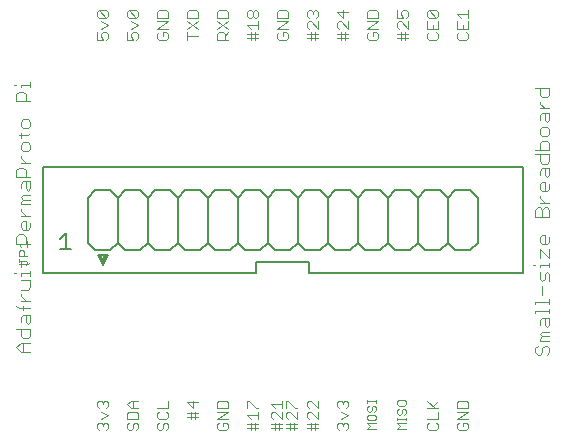
<source format=gbr>
G04 EAGLE Gerber RS-274X export*
G75*
%MOMM*%
%FSLAX34Y34*%
%LPD*%
%INSilkscreen Top*%
%IPPOS*%
%AMOC8*
5,1,8,0,0,1.08239X$1,22.5*%
G01*
%ADD10C,0.076200*%
%ADD11C,0.101600*%
%ADD12C,0.203200*%
%ADD13C,0.152400*%
%ADD14R,0.508000X0.254000*%
%ADD15R,0.381000X0.127000*%
%ADD16R,0.254000X0.254000*%


D10*
X-155539Y-177545D02*
X-157107Y-175977D01*
X-157107Y-172842D01*
X-155539Y-171274D01*
X-153972Y-171274D01*
X-152404Y-172842D01*
X-152404Y-174409D01*
X-152404Y-172842D02*
X-150836Y-171274D01*
X-149269Y-171274D01*
X-147701Y-172842D01*
X-147701Y-175977D01*
X-149269Y-177545D01*
X-153972Y-168189D02*
X-147701Y-165054D01*
X-153972Y-161919D01*
X-155539Y-158834D02*
X-157107Y-157267D01*
X-157107Y-154131D01*
X-155539Y-152564D01*
X-153972Y-152564D01*
X-152404Y-154131D01*
X-152404Y-155699D01*
X-152404Y-154131D02*
X-150836Y-152564D01*
X-149269Y-152564D01*
X-147701Y-154131D01*
X-147701Y-157267D01*
X-149269Y-158834D01*
X-131707Y-172842D02*
X-130139Y-171274D01*
X-131707Y-172842D02*
X-131707Y-175977D01*
X-130139Y-177545D01*
X-128572Y-177545D01*
X-127004Y-175977D01*
X-127004Y-172842D01*
X-125436Y-171274D01*
X-123869Y-171274D01*
X-122301Y-172842D01*
X-122301Y-175977D01*
X-123869Y-177545D01*
X-122301Y-168189D02*
X-131707Y-168189D01*
X-122301Y-168189D02*
X-122301Y-163486D01*
X-123869Y-161919D01*
X-130139Y-161919D01*
X-131707Y-163486D01*
X-131707Y-168189D01*
X-128572Y-158834D02*
X-122301Y-158834D01*
X-128572Y-158834D02*
X-131707Y-155699D01*
X-128572Y-152564D01*
X-122301Y-152564D01*
X-127004Y-152564D02*
X-127004Y-158834D01*
X-106307Y-172842D02*
X-104739Y-171274D01*
X-106307Y-172842D02*
X-106307Y-175977D01*
X-104739Y-177545D01*
X-103172Y-177545D01*
X-101604Y-175977D01*
X-101604Y-172842D01*
X-100036Y-171274D01*
X-98469Y-171274D01*
X-96901Y-172842D01*
X-96901Y-175977D01*
X-98469Y-177545D01*
X-106307Y-163486D02*
X-104739Y-161919D01*
X-106307Y-163486D02*
X-106307Y-166622D01*
X-104739Y-168189D01*
X-98469Y-168189D01*
X-96901Y-166622D01*
X-96901Y-163486D01*
X-98469Y-161919D01*
X-96901Y-158834D02*
X-106307Y-158834D01*
X-96901Y-158834D02*
X-96901Y-152564D01*
X-80907Y-166622D02*
X-71501Y-166622D01*
X-71501Y-163486D02*
X-80907Y-163486D01*
X-77772Y-163486D02*
X-77772Y-168189D01*
X-77772Y-163486D02*
X-77772Y-161919D01*
X-74636Y-161919D02*
X-74636Y-168189D01*
X-71501Y-154131D02*
X-80907Y-154131D01*
X-76204Y-158834D01*
X-76204Y-152564D01*
X-55507Y-172842D02*
X-53939Y-171274D01*
X-55507Y-172842D02*
X-55507Y-175977D01*
X-53939Y-177545D01*
X-47669Y-177545D01*
X-46101Y-175977D01*
X-46101Y-172842D01*
X-47669Y-171274D01*
X-50804Y-171274D01*
X-50804Y-174409D01*
X-46101Y-168189D02*
X-55507Y-168189D01*
X-46101Y-161919D01*
X-55507Y-161919D01*
X-55507Y-158834D02*
X-46101Y-158834D01*
X-46101Y-154131D01*
X-47669Y-152564D01*
X-53939Y-152564D01*
X-55507Y-154131D01*
X-55507Y-158834D01*
X-30107Y-175977D02*
X-20701Y-175977D01*
X-20701Y-172842D02*
X-30107Y-172842D01*
X-26972Y-172842D02*
X-26972Y-177545D01*
X-26972Y-172842D02*
X-26972Y-171274D01*
X-23836Y-171274D02*
X-23836Y-177545D01*
X-26972Y-168189D02*
X-30107Y-165054D01*
X-20701Y-165054D01*
X-20701Y-168189D02*
X-20701Y-161919D01*
X-30107Y-158834D02*
X-30107Y-152564D01*
X-28539Y-152564D01*
X-22269Y-158834D01*
X-20701Y-158834D01*
X-9787Y-175977D02*
X-381Y-175977D01*
X-381Y-172842D02*
X-9787Y-172842D01*
X-6652Y-172842D02*
X-6652Y-177545D01*
X-6652Y-172842D02*
X-6652Y-171274D01*
X-3516Y-171274D02*
X-3516Y-177545D01*
X-381Y-168189D02*
X-381Y-161919D01*
X-381Y-168189D02*
X-6652Y-161919D01*
X-8219Y-161919D01*
X-9787Y-163486D01*
X-9787Y-166622D01*
X-8219Y-168189D01*
X-6652Y-158834D02*
X-9787Y-155699D01*
X-381Y-155699D01*
X-381Y-158834D02*
X-381Y-152564D01*
X20693Y-175977D02*
X30099Y-175977D01*
X30099Y-172842D02*
X20693Y-172842D01*
X23828Y-172842D02*
X23828Y-177545D01*
X23828Y-172842D02*
X23828Y-171274D01*
X26964Y-171274D02*
X26964Y-177545D01*
X30099Y-168189D02*
X30099Y-161919D01*
X30099Y-168189D02*
X23828Y-161919D01*
X22261Y-161919D01*
X20693Y-163486D01*
X20693Y-166622D01*
X22261Y-168189D01*
X30099Y-158834D02*
X30099Y-152564D01*
X30099Y-158834D02*
X23828Y-152564D01*
X22261Y-152564D01*
X20693Y-154131D01*
X20693Y-157267D01*
X22261Y-158834D01*
X46093Y-175977D02*
X47661Y-177545D01*
X46093Y-175977D02*
X46093Y-172842D01*
X47661Y-171274D01*
X49228Y-171274D01*
X50796Y-172842D01*
X50796Y-174409D01*
X50796Y-172842D02*
X52364Y-171274D01*
X53931Y-171274D01*
X55499Y-172842D01*
X55499Y-175977D01*
X53931Y-177545D01*
X49228Y-168189D02*
X55499Y-165054D01*
X49228Y-161919D01*
X47661Y-158834D02*
X46093Y-157267D01*
X46093Y-154131D01*
X47661Y-152564D01*
X49228Y-152564D01*
X50796Y-154131D01*
X50796Y-155699D01*
X50796Y-154131D02*
X52364Y-152564D01*
X53931Y-152564D01*
X55499Y-154131D01*
X55499Y-157267D01*
X53931Y-158834D01*
X71495Y-176921D02*
X78867Y-176921D01*
X73952Y-174464D02*
X71495Y-176921D01*
X73952Y-174464D02*
X71495Y-172006D01*
X78867Y-172006D01*
X71495Y-168208D02*
X71495Y-165751D01*
X71495Y-168208D02*
X72723Y-169437D01*
X77638Y-169437D01*
X78867Y-168208D01*
X78867Y-165751D01*
X77638Y-164522D01*
X72723Y-164522D01*
X71495Y-165751D01*
X71495Y-158266D02*
X72723Y-157038D01*
X71495Y-158266D02*
X71495Y-160724D01*
X72723Y-161953D01*
X73952Y-161953D01*
X75181Y-160724D01*
X75181Y-158266D01*
X76410Y-157038D01*
X77638Y-157038D01*
X78867Y-158266D01*
X78867Y-160724D01*
X77638Y-161953D01*
X78867Y-154468D02*
X78867Y-152011D01*
X78867Y-153240D02*
X71495Y-153240D01*
X71495Y-154468D02*
X71495Y-152011D01*
X96895Y-176921D02*
X104267Y-176921D01*
X99352Y-174464D02*
X96895Y-176921D01*
X99352Y-174464D02*
X96895Y-172006D01*
X104267Y-172006D01*
X104267Y-169437D02*
X104267Y-166979D01*
X104267Y-168208D02*
X96895Y-168208D01*
X96895Y-169437D02*
X96895Y-166979D01*
X96895Y-160761D02*
X98123Y-159532D01*
X96895Y-160761D02*
X96895Y-163219D01*
X98123Y-164447D01*
X99352Y-164447D01*
X100581Y-163219D01*
X100581Y-160761D01*
X101810Y-159532D01*
X103038Y-159532D01*
X104267Y-160761D01*
X104267Y-163219D01*
X103038Y-164447D01*
X96895Y-155734D02*
X96895Y-153277D01*
X96895Y-155734D02*
X98123Y-156963D01*
X103038Y-156963D01*
X104267Y-155734D01*
X104267Y-153277D01*
X103038Y-152048D01*
X98123Y-152048D01*
X96895Y-153277D01*
X122293Y-172842D02*
X123861Y-171274D01*
X122293Y-172842D02*
X122293Y-175977D01*
X123861Y-177545D01*
X130131Y-177545D01*
X131699Y-175977D01*
X131699Y-172842D01*
X130131Y-171274D01*
X131699Y-168189D02*
X122293Y-168189D01*
X131699Y-168189D02*
X131699Y-161919D01*
X131699Y-158834D02*
X122293Y-158834D01*
X122293Y-152564D02*
X128564Y-158834D01*
X126996Y-157267D02*
X131699Y-152564D01*
X149261Y-171274D02*
X147693Y-172842D01*
X147693Y-175977D01*
X149261Y-177545D01*
X155531Y-177545D01*
X157099Y-175977D01*
X157099Y-172842D01*
X155531Y-171274D01*
X152396Y-171274D01*
X152396Y-174409D01*
X157099Y-168189D02*
X147693Y-168189D01*
X157099Y-161919D01*
X147693Y-161919D01*
X147693Y-158834D02*
X157099Y-158834D01*
X157099Y-154131D01*
X155531Y-152564D01*
X149261Y-152564D01*
X147693Y-154131D01*
X147693Y-158834D01*
D11*
X-213868Y-111252D02*
X-221664Y-111252D01*
X-225562Y-107354D01*
X-221664Y-103456D01*
X-213868Y-103456D01*
X-219715Y-103456D02*
X-219715Y-111252D01*
X-225562Y-91762D02*
X-213868Y-91762D01*
X-213868Y-97609D01*
X-215817Y-99558D01*
X-219715Y-99558D01*
X-221664Y-97609D01*
X-221664Y-91762D01*
X-221664Y-85915D02*
X-221664Y-82017D01*
X-219715Y-80068D01*
X-213868Y-80068D01*
X-213868Y-85915D01*
X-215817Y-87864D01*
X-217766Y-85915D01*
X-217766Y-80068D01*
X-213868Y-74221D02*
X-223613Y-74221D01*
X-225562Y-72272D01*
X-219715Y-72272D02*
X-219715Y-76170D01*
X-221664Y-68374D02*
X-213868Y-68374D01*
X-217766Y-68374D02*
X-221664Y-64476D01*
X-221664Y-62527D01*
X-221664Y-58629D02*
X-215817Y-58629D01*
X-213868Y-56680D01*
X-213868Y-50833D01*
X-221664Y-50833D01*
X-221664Y-46935D02*
X-221664Y-44986D01*
X-213868Y-44986D01*
X-213868Y-46935D02*
X-213868Y-43037D01*
X-225562Y-44986D02*
X-227511Y-44986D01*
X-223613Y-37190D02*
X-215817Y-37190D01*
X-213868Y-35241D01*
X-221664Y-35241D02*
X-221664Y-39139D01*
X-225562Y-19649D02*
X-213868Y-19649D01*
X-225562Y-19649D02*
X-225562Y-13802D01*
X-223613Y-11853D01*
X-219715Y-11853D01*
X-217766Y-13802D01*
X-217766Y-19649D01*
X-213868Y-6006D02*
X-213868Y-2108D01*
X-213868Y-6006D02*
X-215817Y-7955D01*
X-219715Y-7955D01*
X-221664Y-6006D01*
X-221664Y-2108D01*
X-219715Y-159D01*
X-217766Y-159D01*
X-217766Y-7955D01*
X-213868Y3739D02*
X-221664Y3739D01*
X-217766Y3739D02*
X-221664Y7637D01*
X-221664Y9586D01*
X-221664Y13484D02*
X-213868Y13484D01*
X-221664Y13484D02*
X-221664Y15433D01*
X-219715Y17382D01*
X-213868Y17382D01*
X-219715Y17382D02*
X-221664Y19331D01*
X-219715Y21280D01*
X-213868Y21280D01*
X-221664Y27127D02*
X-221664Y31025D01*
X-219715Y32974D01*
X-213868Y32974D01*
X-213868Y27127D01*
X-215817Y25178D01*
X-217766Y27127D01*
X-217766Y32974D01*
X-213868Y36872D02*
X-225562Y36872D01*
X-225562Y42719D01*
X-223613Y44668D01*
X-219715Y44668D01*
X-217766Y42719D01*
X-217766Y36872D01*
X-213868Y48566D02*
X-221664Y48566D01*
X-217766Y48566D02*
X-221664Y52464D01*
X-221664Y54413D01*
X-213868Y60259D02*
X-213868Y64157D01*
X-215817Y66106D01*
X-219715Y66106D01*
X-221664Y64157D01*
X-221664Y60259D01*
X-219715Y58311D01*
X-215817Y58311D01*
X-213868Y60259D01*
X-215817Y71953D02*
X-223613Y71953D01*
X-215817Y71953D02*
X-213868Y73902D01*
X-221664Y73902D02*
X-221664Y70004D01*
X-213868Y79749D02*
X-213868Y83647D01*
X-215817Y85596D01*
X-219715Y85596D01*
X-221664Y83647D01*
X-221664Y79749D01*
X-219715Y77800D01*
X-215817Y77800D01*
X-213868Y79749D01*
X-213868Y101188D02*
X-225562Y101188D01*
X-225562Y107035D01*
X-223613Y108984D01*
X-219715Y108984D01*
X-217766Y107035D01*
X-217766Y101188D01*
X-221664Y112882D02*
X-221664Y114831D01*
X-213868Y114831D01*
X-213868Y112882D02*
X-213868Y116780D01*
X-225562Y114831D02*
X-227511Y114831D01*
D10*
X147693Y157484D02*
X149261Y159052D01*
X147693Y157484D02*
X147693Y154349D01*
X149261Y152781D01*
X155531Y152781D01*
X157099Y154349D01*
X157099Y157484D01*
X155531Y159052D01*
X147693Y162136D02*
X147693Y168407D01*
X147693Y162136D02*
X157099Y162136D01*
X157099Y168407D01*
X152396Y165272D02*
X152396Y162136D01*
X150828Y171491D02*
X147693Y174627D01*
X157099Y174627D01*
X157099Y177762D02*
X157099Y171491D01*
X123861Y159052D02*
X122293Y157484D01*
X122293Y154349D01*
X123861Y152781D01*
X130131Y152781D01*
X131699Y154349D01*
X131699Y157484D01*
X130131Y159052D01*
X122293Y162136D02*
X122293Y168407D01*
X122293Y162136D02*
X131699Y162136D01*
X131699Y168407D01*
X126996Y165272D02*
X126996Y162136D01*
X130131Y171491D02*
X123861Y171491D01*
X122293Y173059D01*
X122293Y176194D01*
X123861Y177762D01*
X130131Y177762D01*
X131699Y176194D01*
X131699Y173059D01*
X130131Y171491D01*
X123861Y177762D01*
X106299Y154349D02*
X96893Y154349D01*
X96893Y157484D02*
X106299Y157484D01*
X100028Y157484D02*
X100028Y152781D01*
X100028Y157484D02*
X100028Y159052D01*
X103164Y159052D02*
X103164Y152781D01*
X106299Y162136D02*
X106299Y168407D01*
X106299Y162136D02*
X100028Y168407D01*
X98461Y168407D01*
X96893Y166839D01*
X96893Y163704D01*
X98461Y162136D01*
X96893Y171491D02*
X96893Y177762D01*
X96893Y171491D02*
X101596Y171491D01*
X100028Y174627D01*
X100028Y176194D01*
X101596Y177762D01*
X104731Y177762D01*
X106299Y176194D01*
X106299Y173059D01*
X104731Y171491D01*
X73061Y159052D02*
X71493Y157484D01*
X71493Y154349D01*
X73061Y152781D01*
X79331Y152781D01*
X80899Y154349D01*
X80899Y157484D01*
X79331Y159052D01*
X76196Y159052D01*
X76196Y155916D01*
X80899Y162136D02*
X71493Y162136D01*
X80899Y168407D01*
X71493Y168407D01*
X71493Y171491D02*
X80899Y171491D01*
X80899Y176194D01*
X79331Y177762D01*
X73061Y177762D01*
X71493Y176194D01*
X71493Y171491D01*
X55499Y154349D02*
X46093Y154349D01*
X46093Y157484D02*
X55499Y157484D01*
X49228Y157484D02*
X49228Y152781D01*
X49228Y157484D02*
X49228Y159052D01*
X52364Y159052D02*
X52364Y152781D01*
X55499Y162136D02*
X55499Y168407D01*
X55499Y162136D02*
X49228Y168407D01*
X47661Y168407D01*
X46093Y166839D01*
X46093Y163704D01*
X47661Y162136D01*
X46093Y176194D02*
X55499Y176194D01*
X50796Y171491D02*
X46093Y176194D01*
X50796Y177762D02*
X50796Y171491D01*
X30099Y154349D02*
X20693Y154349D01*
X20693Y157484D02*
X30099Y157484D01*
X23828Y157484D02*
X23828Y152781D01*
X23828Y157484D02*
X23828Y159052D01*
X26964Y159052D02*
X26964Y152781D01*
X30099Y162136D02*
X30099Y168407D01*
X30099Y162136D02*
X23828Y168407D01*
X22261Y168407D01*
X20693Y166839D01*
X20693Y163704D01*
X22261Y162136D01*
X22261Y171491D02*
X20693Y173059D01*
X20693Y176194D01*
X22261Y177762D01*
X23828Y177762D01*
X25396Y176194D01*
X25396Y174627D01*
X25396Y176194D02*
X26964Y177762D01*
X28531Y177762D01*
X30099Y176194D01*
X30099Y173059D01*
X28531Y171491D01*
X-3139Y159052D02*
X-4707Y157484D01*
X-4707Y154349D01*
X-3139Y152781D01*
X3131Y152781D01*
X4699Y154349D01*
X4699Y157484D01*
X3131Y159052D01*
X-4Y159052D01*
X-4Y155916D01*
X4699Y162136D02*
X-4707Y162136D01*
X4699Y168407D01*
X-4707Y168407D01*
X-4707Y171491D02*
X4699Y171491D01*
X4699Y176194D01*
X3131Y177762D01*
X-3139Y177762D01*
X-4707Y176194D01*
X-4707Y171491D01*
X-20701Y154349D02*
X-30107Y154349D01*
X-30107Y157484D02*
X-20701Y157484D01*
X-26972Y157484D02*
X-26972Y152781D01*
X-26972Y157484D02*
X-26972Y159052D01*
X-23836Y159052D02*
X-23836Y152781D01*
X-26972Y162136D02*
X-30107Y165272D01*
X-20701Y165272D01*
X-20701Y168407D02*
X-20701Y162136D01*
X-28539Y171491D02*
X-30107Y173059D01*
X-30107Y176194D01*
X-28539Y177762D01*
X-26972Y177762D01*
X-25404Y176194D01*
X-23836Y177762D01*
X-22269Y177762D01*
X-20701Y176194D01*
X-20701Y173059D01*
X-22269Y171491D01*
X-23836Y171491D01*
X-25404Y173059D01*
X-26972Y171491D01*
X-28539Y171491D01*
X-25404Y173059D02*
X-25404Y176194D01*
X-46101Y152781D02*
X-55507Y152781D01*
X-55507Y157484D01*
X-53939Y159052D01*
X-50804Y159052D01*
X-49236Y157484D01*
X-49236Y152781D01*
X-49236Y155916D02*
X-46101Y159052D01*
X-46101Y168407D02*
X-55507Y162136D01*
X-55507Y168407D02*
X-46101Y162136D01*
X-46101Y171491D02*
X-55507Y171491D01*
X-46101Y171491D02*
X-46101Y176194D01*
X-47669Y177762D01*
X-53939Y177762D01*
X-55507Y176194D01*
X-55507Y171491D01*
X-71501Y155916D02*
X-80907Y155916D01*
X-80907Y152781D02*
X-80907Y159052D01*
X-80907Y162136D02*
X-71501Y168407D01*
X-71501Y162136D02*
X-80907Y168407D01*
X-80907Y171491D02*
X-71501Y171491D01*
X-71501Y176194D01*
X-73069Y177762D01*
X-79339Y177762D01*
X-80907Y176194D01*
X-80907Y171491D01*
X-104739Y159052D02*
X-106307Y157484D01*
X-106307Y154349D01*
X-104739Y152781D01*
X-98469Y152781D01*
X-96901Y154349D01*
X-96901Y157484D01*
X-98469Y159052D01*
X-101604Y159052D01*
X-101604Y155916D01*
X-96901Y162136D02*
X-106307Y162136D01*
X-96901Y168407D01*
X-106307Y168407D01*
X-106307Y171491D02*
X-96901Y171491D01*
X-96901Y176194D01*
X-98469Y177762D01*
X-104739Y177762D01*
X-106307Y176194D01*
X-106307Y171491D01*
X-131707Y159052D02*
X-131707Y152781D01*
X-127004Y152781D01*
X-128572Y155916D01*
X-128572Y157484D01*
X-127004Y159052D01*
X-123869Y159052D01*
X-122301Y157484D01*
X-122301Y154349D01*
X-123869Y152781D01*
X-128572Y162136D02*
X-122301Y165272D01*
X-128572Y168407D01*
X-130139Y171491D02*
X-123869Y171491D01*
X-130139Y171491D02*
X-131707Y173059D01*
X-131707Y176194D01*
X-130139Y177762D01*
X-123869Y177762D01*
X-122301Y176194D01*
X-122301Y173059D01*
X-123869Y171491D01*
X-130139Y177762D01*
X-157107Y159052D02*
X-157107Y152781D01*
X-152404Y152781D01*
X-153972Y155916D01*
X-153972Y157484D01*
X-152404Y159052D01*
X-149269Y159052D01*
X-147701Y157484D01*
X-147701Y154349D01*
X-149269Y152781D01*
X-153972Y162136D02*
X-147701Y165272D01*
X-153972Y168407D01*
X-155539Y171491D02*
X-149269Y171491D01*
X-155539Y171491D02*
X-157107Y173059D01*
X-157107Y176194D01*
X-155539Y177762D01*
X-149269Y177762D01*
X-147701Y176194D01*
X-147701Y173059D01*
X-149269Y171491D01*
X-155539Y177762D01*
D11*
X213858Y-107945D02*
X215807Y-105996D01*
X213858Y-107945D02*
X213858Y-111843D01*
X215807Y-113792D01*
X217756Y-113792D01*
X219705Y-111843D01*
X219705Y-107945D01*
X221654Y-105996D01*
X223603Y-105996D01*
X225552Y-107945D01*
X225552Y-111843D01*
X223603Y-113792D01*
X225552Y-102098D02*
X217756Y-102098D01*
X217756Y-100149D01*
X219705Y-98200D01*
X225552Y-98200D01*
X219705Y-98200D02*
X217756Y-96251D01*
X219705Y-94302D01*
X225552Y-94302D01*
X217756Y-88455D02*
X217756Y-84557D01*
X219705Y-82608D01*
X225552Y-82608D01*
X225552Y-88455D01*
X223603Y-90404D01*
X221654Y-88455D01*
X221654Y-82608D01*
X213858Y-78710D02*
X213858Y-76761D01*
X225552Y-76761D01*
X225552Y-78710D02*
X225552Y-74812D01*
X213858Y-70914D02*
X213858Y-68965D01*
X225552Y-68965D01*
X225552Y-70914D02*
X225552Y-67016D01*
X219705Y-63118D02*
X219705Y-55322D01*
X225552Y-51424D02*
X225552Y-45577D01*
X223603Y-43628D01*
X221654Y-45577D01*
X221654Y-49475D01*
X219705Y-51424D01*
X217756Y-49475D01*
X217756Y-43628D01*
X217756Y-39730D02*
X217756Y-37781D01*
X225552Y-37781D01*
X225552Y-39730D02*
X225552Y-35832D01*
X213858Y-37781D02*
X211909Y-37781D01*
X217756Y-31934D02*
X217756Y-24138D01*
X225552Y-31934D01*
X225552Y-24138D01*
X225552Y-18291D02*
X225552Y-14393D01*
X225552Y-18291D02*
X223603Y-20240D01*
X219705Y-20240D01*
X217756Y-18291D01*
X217756Y-14393D01*
X219705Y-12444D01*
X221654Y-12444D01*
X221654Y-20240D01*
X225552Y3148D02*
X213858Y3148D01*
X213858Y8995D01*
X215807Y10944D01*
X217756Y10944D01*
X219705Y8995D01*
X221654Y10944D01*
X223603Y10944D01*
X225552Y8995D01*
X225552Y3148D01*
X219705Y3148D02*
X219705Y8995D01*
X217756Y14842D02*
X225552Y14842D01*
X221654Y14842D02*
X217756Y18740D01*
X217756Y20689D01*
X225552Y26536D02*
X225552Y30434D01*
X225552Y26536D02*
X223603Y24587D01*
X219705Y24587D01*
X217756Y26536D01*
X217756Y30434D01*
X219705Y32383D01*
X221654Y32383D01*
X221654Y24587D01*
X217756Y38230D02*
X217756Y42128D01*
X219705Y44077D01*
X225552Y44077D01*
X225552Y38230D01*
X223603Y36281D01*
X221654Y38230D01*
X221654Y44077D01*
X225552Y55771D02*
X213858Y55771D01*
X225552Y55771D02*
X225552Y49924D01*
X223603Y47975D01*
X219705Y47975D01*
X217756Y49924D01*
X217756Y55771D01*
X213858Y59669D02*
X225552Y59669D01*
X225552Y65515D01*
X223603Y67464D01*
X219705Y67464D01*
X217756Y65515D01*
X217756Y59669D01*
X225552Y73311D02*
X225552Y77209D01*
X223603Y79158D01*
X219705Y79158D01*
X217756Y77209D01*
X217756Y73311D01*
X219705Y71362D01*
X223603Y71362D01*
X225552Y73311D01*
X217756Y85005D02*
X217756Y88903D01*
X219705Y90852D01*
X225552Y90852D01*
X225552Y85005D01*
X223603Y83056D01*
X221654Y85005D01*
X221654Y90852D01*
X225552Y94750D02*
X217756Y94750D01*
X221654Y94750D02*
X217756Y98648D01*
X217756Y100597D01*
X213858Y112291D02*
X225552Y112291D01*
X225552Y106444D01*
X223603Y104495D01*
X219705Y104495D01*
X217756Y106444D01*
X217756Y112291D01*
D10*
X12319Y-175977D02*
X2913Y-175977D01*
X2913Y-172842D02*
X12319Y-172842D01*
X6048Y-172842D02*
X6048Y-177545D01*
X6048Y-172842D02*
X6048Y-171274D01*
X9184Y-171274D02*
X9184Y-177545D01*
X12319Y-168189D02*
X12319Y-161919D01*
X12319Y-168189D02*
X6048Y-161919D01*
X4481Y-161919D01*
X2913Y-163486D01*
X2913Y-166622D01*
X4481Y-168189D01*
X2913Y-158834D02*
X2913Y-152564D01*
X4481Y-152564D01*
X10751Y-158834D01*
X12319Y-158834D01*
D12*
X-158750Y-25400D02*
X-165100Y-19050D01*
X-158750Y-25400D02*
X-146050Y-25400D01*
X-139700Y-19050D01*
X-133350Y-25400D01*
X-120650Y-25400D01*
X-114300Y-19050D01*
X-107950Y-25400D01*
X-95250Y-25400D01*
X-88900Y-19050D01*
X-82550Y-25400D01*
X-69850Y-25400D01*
X-63500Y-19050D01*
X-57150Y-25400D01*
X-44450Y-25400D01*
X-38100Y-19050D01*
X-31750Y-25400D01*
X-19050Y-25400D01*
X-12700Y-19050D01*
X-165100Y-19050D02*
X-165100Y19050D01*
X-158750Y25400D01*
X-146050Y25400D01*
X-139700Y19050D01*
X-133350Y25400D01*
X-120650Y25400D01*
X-114300Y19050D01*
X-107950Y25400D01*
X-95250Y25400D01*
X-88900Y19050D01*
X-82550Y25400D01*
X-69850Y25400D01*
X-63500Y19050D01*
X-57150Y25400D01*
X-44450Y25400D01*
X-38100Y19050D01*
X-31750Y25400D01*
X-19050Y25400D01*
X-12700Y19050D01*
X-6350Y25400D01*
X6350Y25400D01*
X12700Y19050D01*
X19050Y25400D01*
X31750Y25400D01*
X38100Y19050D01*
X44450Y25400D01*
X57150Y25400D01*
X63500Y19050D01*
X69850Y25400D01*
X82550Y25400D01*
X88900Y19050D01*
X95250Y25400D01*
X107950Y25400D01*
X114300Y19050D01*
X120650Y25400D01*
X133350Y25400D01*
X139700Y19050D01*
X146050Y25400D01*
X158750Y25400D01*
X165100Y19050D01*
X165100Y-19050D02*
X158750Y-25400D01*
X146050Y-25400D01*
X139700Y-19050D01*
X133350Y-25400D01*
X120650Y-25400D01*
X114300Y-19050D01*
X107950Y-25400D01*
X95250Y-25400D01*
X88900Y-19050D01*
X82550Y-25400D01*
X69850Y-25400D01*
X63500Y-19050D01*
X57150Y-25400D01*
X44450Y-25400D01*
X38100Y-19050D01*
X31750Y-25400D01*
X19050Y-25400D01*
X12700Y-19050D01*
X6350Y-25400D01*
X-6350Y-25400D01*
X-12700Y-19050D01*
X-139700Y-19050D02*
X-139700Y19050D01*
X-114300Y19050D02*
X-114300Y-19050D01*
X-88900Y-19050D02*
X-88900Y19050D01*
X-63500Y19050D02*
X-63500Y-19050D01*
X-38100Y-19050D02*
X-38100Y19050D01*
X-12700Y19050D02*
X-12700Y-19050D01*
X12700Y-19050D02*
X12700Y19050D01*
X38100Y19050D02*
X38100Y-19050D01*
X63500Y-19050D02*
X63500Y19050D01*
X88900Y19050D02*
X88900Y-19050D01*
X114300Y-19050D02*
X114300Y19050D01*
X139700Y19050D02*
X139700Y-19050D01*
X165100Y-19050D02*
X165100Y19050D01*
X-148082Y-29718D02*
X-156718Y-29718D01*
X-148082Y-29718D02*
X-152400Y-38100D01*
X-156718Y-29718D01*
X-152400Y-35560D02*
X-152400Y-38100D01*
X-203100Y45000D02*
X203100Y45000D01*
X-203100Y45000D02*
X-203100Y-45000D01*
X203100Y-45000D02*
X203100Y45000D01*
X-22500Y-45000D02*
X-203100Y-45000D01*
X22500Y-45000D02*
X203100Y-45000D01*
X22500Y-35000D02*
X-22500Y-35000D01*
X-22500Y-45000D01*
X22500Y-45000D02*
X22500Y-35000D01*
D13*
X-183892Y-10910D02*
X-188468Y-15486D01*
X-183892Y-10910D02*
X-183892Y-24638D01*
X-188468Y-24638D02*
X-179316Y-24638D01*
D14*
X-152400Y-32766D03*
D15*
X-154305Y-30861D03*
X-150495Y-30861D03*
D16*
X-152400Y-34798D03*
D10*
X-216281Y-36490D02*
X-217510Y-37719D01*
X-216281Y-36490D02*
X-216281Y-35262D01*
X-217510Y-34033D01*
X-223653Y-34033D01*
X-223653Y-35262D02*
X-223653Y-32804D01*
X-223653Y-30235D02*
X-216281Y-30235D01*
X-223653Y-30235D02*
X-223653Y-26549D01*
X-222425Y-25320D01*
X-219967Y-25320D01*
X-218738Y-26549D01*
X-218738Y-30235D01*
X-221196Y-22751D02*
X-223653Y-20293D01*
X-216281Y-20293D01*
X-216281Y-17836D02*
X-216281Y-22751D01*
M02*

</source>
